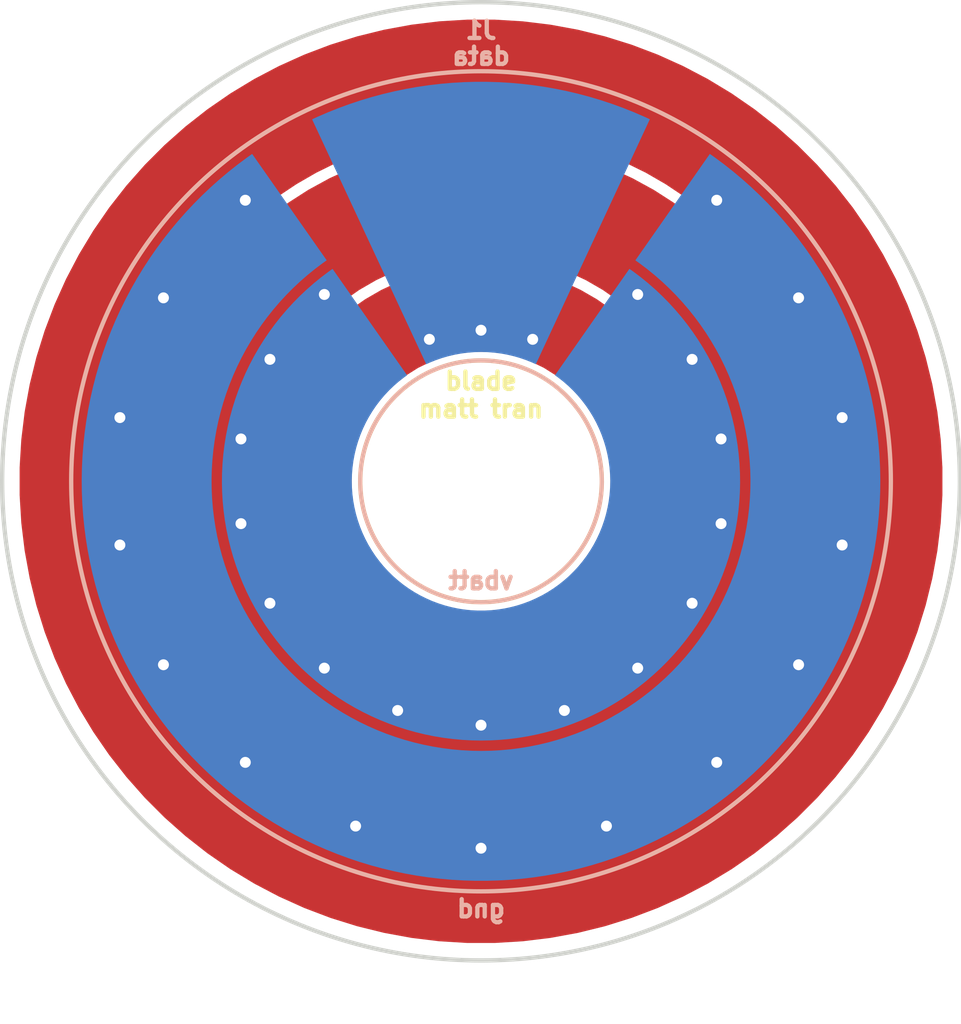
<source format=kicad_pcb>
(kicad_pcb (version 20240108) (generator "pcbnew") (generator_version "8.0")
  (layers (0 "F.Cu" signal) (31 "B.Cu" signal) (34 "B.Paste" user) (35 "F.Paste" user) (36 "B.SilkS" user "B.Silkscreen") (37 "F.SilkS" user "F.Silkscreen") (38 "B.Mask" user) (39 "F.Mask" user) (44 "Edge.Cuts" user))
  (net 0 "")
  (net 1 "/gnd")
  (footprint "TestPoint:TestPoint_Pad_1.0x1.0mm" (layer "F.Cu") (at 147.75 98.25)
    (property "Reference" "J1" (at 0 -10.45 0) (layer "B.SilkS") (effects (font (size 0.4 0.4) (thickness 0.1)) (justify mirror)))
    (property "Value" "blade")
    (fp_circle (center 0 0) (end 2.8 0) (stroke (width 0.1)) (fill none) (layer "B.SilkS"))
    (fp_circle (center 0 0) (end 9.5 0) (stroke (width 0.1)) (fill none) (layer "B.SilkS"))
    (fp_circle (center 0 0) (end 2.8 0) (stroke (width 0.1)) (fill none) (layer "F.SilkS"))
    (pad "" np_thru_hole circle (at 0 0) (size 2.8 2.8) (drill 2.8) (layers "F&B.Cu" "*.Mask"))
    (pad "1" smd custom (at 0 0) (size 0.001 0.001) (layers "F.Cu" "F.Mask") (net 1 "/gnd") (options (clearance outline) (anchor circle)) (primitives (gr_circle (center 0 0) (end 4 0) (width 2) (fill no))))
    (pad "1" smd custom (at 0 7.75) (size 1.524 1.524) (layers "B.Cu" "B.Mask") (net 1 "/gnd") (options (clearance outline) (anchor circle)) (primitives (gr_poly (pts (arc (start -5.306355 -15.327055) (mid -0.000108 1.500612) (end 5.305222 -15.327344)) (arc (start 3.584493 -12.869888) (mid -0.000963 -1.499388) (end -3.584225 -12.870579))) (width 0.01) (fill yes))))
    (pad "2" smd custom (at 0 0) (size 0.001 0.001) (layers "F.Cu" "F.Mask") (net 1 "/gnd") (options (clearance outline) (anchor circle)) (primitives (gr_circle (center 0 0) (end 6.55 0) (width 2.6) (fill no))))
    (pad "2" smd custom (at 0 4.5) (size 1.524 1.524) (layers "B.Cu" "B.Mask") (net 1 "/gnd") (options (clearance outline) (anchor circle)) (primitives (gr_poly (pts (arc (start -1.720641 -6.957518) (mid -0.000054 -1.5) (end 1.720729 -6.957456)) (arc (start 3.441099 -9.4151) (mid 0.000199 1.500612) (end -3.442734 -9.414458))) (width 0.01) (fill yes))))
    (pad "3" smd custom (at 0 -4) (size 1.524 1.524) (layers "B.Cu" "B.Mask") (net 1 "/gnd") (options (clearance outline) (anchor circle)) (primitives (gr_poly (pts (arc (start 1.268065 1.281175) (mid 0.000116 1) (end -1.267855 1.281077)) (arc (start -3.909219 -4.383347) (mid -0.001678 -5.25) (end 3.906178 -4.384765))) (width 0.01) (fill yes))))
    (pad "3" smd custom (at 0 0) (size 0.001 0.001) (layers "F.Cu" "F.Mask") (net 1 "/gnd") (options (clearance outline) (anchor circle)) (primitives (gr_circle (center 0 0) (end 9.4 0) (width 2.6) (fill no))))
  )
  (gr_circle (center 147.75 98.25) (end 158.85 98.25) (stroke (width 0.1)) (fill none) (layer "Edge.Cuts"))
  (gr_text "vbatt" (at 147.75 100.55 0) (layer "B.SilkS") (effects (font (size 0.4 0.4) (thickness 0.1)) (justify mirror)))
  (gr_text "gnd" (at 147.75 108.15 0) (layer "B.SilkS") (effects (font (size 0.4 0.4) (thickness 0.1)) (justify mirror)))
  (gr_text "data" (at 147.75 88.4 0) (layer "B.SilkS") (effects (font (size 0.4 0.4) (thickness 0.1)) (justify mirror)))
  (gr_text "blade\nmatt tran" (at 147.75 96.25 0) (layer "F.SilkS") (effects (font (size 0.4 0.4) (thickness 0.1))))
  (via (at 152.643044 95.425) (size 0.508) (drill 0.254) (layers "F.Cu" "B.Cu") (net 1))
  (via (at 142.185836 97.268888) (size 0.508) (drill 0.254) (layers "F.Cu" "B.Cu") (net 1))
  (via (at 147.75 103.9) (size 0.508) (drill 0.254) (layers "F.Cu" "B.Cu") (net 1))
  (via (at 153.213695 91.738622) (size 0.508) (drill 0.254) (layers "F.Cu" "B.Cu") (net 1))
  (via (at 142.286305 91.738622) (size 0.508) (drill 0.254) (layers "F.Cu" "B.Cu") (net 1))
  (via (at 155.111216 94) (size 0.508) (drill 0.254) (layers "F.Cu" "B.Cu") (net 1))
  (via (at 152.643044 101.075) (size 0.508) (drill 0.254) (layers "F.Cu" "B.Cu") (net 1))
  (via (at 153.314164 97.268888) (size 0.508) (drill 0.254) (layers "F.Cu" "B.Cu") (net 1))
  (via (at 156.120866 99.72601) (size 0.508) (drill 0.254) (layers "F.Cu" "B.Cu") (net 1))
  (via (at 140.388784 94) (size 0.508) (drill 0.254) (layers "F.Cu" "B.Cu") (net 1))
  (via (at 146.552929 94.961076) (size 0.508) (drill 0.254) (layers "F.Cu" "B.Cu") (net 1))
  (via (at 144.11825 102.578151) (size 0.508) (drill 0.254) (layers "F.Cu" "B.Cu") (net 1))
  (via (at 151.38175 93.921849) (size 0.508) (drill 0.254) (layers "F.Cu" "B.Cu") (net 1))
  (via (at 149.682414 103.559263) (size 0.508) (drill 0.254) (layers "F.Cu" "B.Cu") (net 1))
  (via (at 142.856956 101.075) (size 0.508) (drill 0.254) (layers "F.Cu" "B.Cu") (net 1))
  (via (at 144.842829 106.237387) (size 0.508) (drill 0.254) (layers "F.Cu" "B.Cu") (net 1))
  (via (at 148.947071 94.961076) (size 0.508) (drill 0.254) (layers "F.Cu" "B.Cu") (net 1))
  (via (at 140.388784 102.5) (size 0.508) (drill 0.254) (layers "F.Cu" "B.Cu") (net 1))
  (via (at 142.856956 95.425) (size 0.508) (drill 0.254) (layers "F.Cu" "B.Cu") (net 1))
  (via (at 139.379134 99.72601) (size 0.508) (drill 0.254) (layers "F.Cu" "B.Cu") (net 1))
  (via (at 151.38175 102.578151) (size 0.508) (drill 0.254) (layers "F.Cu" "B.Cu") (net 1))
  (via (at 139.379134 96.77399) (size 0.508) (drill 0.254) (layers "F.Cu" "B.Cu") (net 1))
  (via (at 150.657171 106.237387) (size 0.508) (drill 0.254) (layers "F.Cu" "B.Cu") (net 1))
  (via (at 142.286305 104.761378) (size 0.508) (drill 0.254) (layers "F.Cu" "B.Cu") (net 1))
  (via (at 147.75 94.75) (size 0.508) (drill 0.254) (layers "F.Cu" "B.Cu") (net 1))
  (via (at 156.120866 96.77399) (size 0.508) (drill 0.254) (layers "F.Cu" "B.Cu") (net 1))
  (via (at 147.75 106.75) (size 0.508) (drill 0.254) (layers "F.Cu" "B.Cu") (net 1))
  (via (at 153.213695 104.761378) (size 0.508) (drill 0.254) (layers "F.Cu" "B.Cu") (net 1))
  (via (at 144.11825 93.921849) (size 0.508) (drill 0.254) (layers "F.Cu" "B.Cu") (net 1))
  (via (at 153.314164 99.231112) (size 0.508) (drill 0.254) (layers "F.Cu" "B.Cu") (net 1))
  (via (at 155.111216 102.5) (size 0.508) (drill 0.254) (layers "F.Cu" "B.Cu") (net 1))
  (via (at 142.185836 99.231112) (size 0.508) (drill 0.254) (layers "F.Cu" "B.Cu") (net 1))
  (via (at 145.817586 103.559263) (size 0.508) (drill 0.254) (layers "F.Cu" "B.Cu") (net 1))
)
</source>
